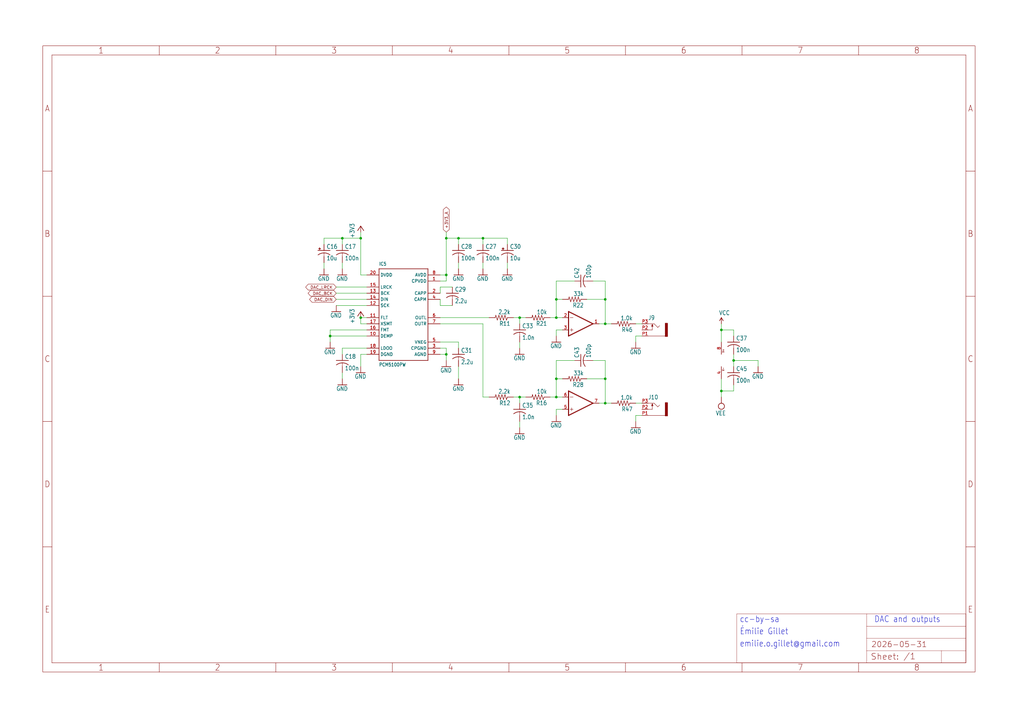
<source format=kicad_sch>
(kicad_sch (version 20230121) (generator eeschema)
  (paper "User" 425.45 298.45)
  (lib_symbols
    (symbol "plaits_v50-eagle-import:+3V3" (power)
      (property "Value" "+3V3" (at -2.54 -5.08 90))
      (symbol "+3V3_1_0"
        (polyline (pts (xy 0 0) (xy -1.27 -1.905)) (stroke (width 0.254)))
        (polyline (pts (xy 1.27 -1.905) (xy 0 0)) (stroke (width 0.254)))
        (pin power_in line (at 0 -2.54 90) (length 2.54) (name "+3V3") (number "1"))
      )
    )
    (symbol "plaits_v50-eagle-import:A3L-LOC"
      (symbol "A3L-LOC_1_0"
        (polyline (pts (xy 0 52.07) (xy 3.81 52.07)))
        (polyline (pts (xy 0 104.14) (xy 3.81 104.14)))
        (polyline (pts (xy 0 156.21) (xy 3.81 156.21)))
        (polyline (pts (xy 0 208.28) (xy 3.81 208.28)))
        (polyline (pts (xy 3.81 3.81) (xy 3.81 256.54)))
        (polyline (pts (xy 48.4188 0) (xy 48.4188 3.81)))
        (polyline (pts (xy 48.4188 256.54) (xy 48.4188 260.35)))
        (polyline (pts (xy 96.8375 0) (xy 96.8375 3.81)))
        (polyline (pts (xy 96.8375 256.54) (xy 96.8375 260.35)))
        (polyline (pts (xy 145.2563 0) (xy 145.2563 3.81)))
        (polyline (pts (xy 145.2563 256.54) (xy 145.2563 260.35)))
        (polyline (pts (xy 193.675 0) (xy 193.675 3.81)))
        (polyline (pts (xy 193.675 256.54) (xy 193.675 260.35)))
        (polyline (pts (xy 242.0938 0) (xy 242.0938 3.81)))
        (polyline (pts (xy 242.0938 256.54) (xy 242.0938 260.35)))
        (polyline (pts (xy 288.29 3.81) (xy 288.29 24.13)) (stroke (width 0.1016)))
        (polyline (pts (xy 288.29 3.81) (xy 342.265 3.81)) (stroke (width 0.1016)))
        (polyline (pts (xy 288.29 24.13) (xy 342.265 24.13)) (stroke (width 0.1016)))
        (polyline (pts (xy 290.5125 0) (xy 290.5125 3.81)))
        (polyline (pts (xy 290.5125 256.54) (xy 290.5125 260.35)))
        (polyline (pts (xy 338.9313 0) (xy 338.9313 3.81)))
        (polyline (pts (xy 338.9313 256.54) (xy 338.9313 260.35)))
        (polyline (pts (xy 342.265 3.81) (xy 373.38 3.81)) (stroke (width 0.1016)))
        (polyline (pts (xy 342.265 8.89) (xy 342.265 3.81)) (stroke (width 0.1016)))
        (polyline (pts (xy 342.265 8.89) (xy 342.265 13.97)) (stroke (width 0.1016)))
        (polyline (pts (xy 342.265 13.97) (xy 342.265 19.05)) (stroke (width 0.1016)))
        (polyline (pts (xy 342.265 13.97) (xy 383.54 13.97)) (stroke (width 0.1016)))
        (polyline (pts (xy 342.265 19.05) (xy 342.265 24.13)) (stroke (width 0.1016)))
        (polyline (pts (xy 342.265 19.05) (xy 383.54 19.05)) (stroke (width 0.1016)))
        (polyline (pts (xy 342.265 24.13) (xy 383.54 24.13)) (stroke (width 0.1016)))
        (polyline (pts (xy 373.38 3.81) (xy 373.38 8.89)) (stroke (width 0.1016)))
        (polyline (pts (xy 373.38 3.81) (xy 383.54 3.81)) (stroke (width 0.1016)))
        (polyline (pts (xy 373.38 8.89) (xy 342.265 8.89)) (stroke (width 0.1016)))
        (polyline (pts (xy 373.38 8.89) (xy 383.54 8.89)) (stroke (width 0.1016)))
        (polyline (pts (xy 383.54 3.81) (xy 3.81 3.81)))
        (polyline (pts (xy 383.54 3.81) (xy 383.54 8.89)) (stroke (width 0.1016)))
        (polyline (pts (xy 383.54 3.81) (xy 383.54 256.54)))
        (polyline (pts (xy 383.54 8.89) (xy 383.54 13.97)) (stroke (width 0.1016)))
        (polyline (pts (xy 383.54 13.97) (xy 383.54 19.05)) (stroke (width 0.1016)))
        (polyline (pts (xy 383.54 19.05) (xy 383.54 24.13)) (stroke (width 0.1016)))
        (polyline (pts (xy 383.54 52.07) (xy 387.35 52.07)))
        (polyline (pts (xy 383.54 104.14) (xy 387.35 104.14)))
        (polyline (pts (xy 383.54 156.21) (xy 387.35 156.21)))
        (polyline (pts (xy 383.54 208.28) (xy 387.35 208.28)))
        (polyline (pts (xy 383.54 256.54) (xy 3.81 256.54)))
        (polyline (pts (xy 0 0) (xy 387.35 0) (xy 387.35 260.35) (xy 0 260.35) (xy 0 0)))
        (text "${#}/${##}" (at 357.505 5.08 0) (effects (font (size 2.54 2.54)) (justify left bottom)))
        (text "${CURRENT_DATE}" (at 344.17 10.16 0) (effects (font (size 2.286 2.286)) (justify left bottom)))
        (text "${PROJECTNAME}" (at 344.17 15.24 0) (effects (font (size 2.54 2.54)) (justify left bottom)))
        (text "1" (at 24.2094 1.905 0) (effects (font (size 2.54 2.286))))
        (text "1" (at 24.2094 258.445 0) (effects (font (size 2.54 2.286))))
        (text "2" (at 72.6281 1.905 0) (effects (font (size 2.54 2.286))))
        (text "2" (at 72.6281 258.445 0) (effects (font (size 2.54 2.286))))
        (text "3" (at 121.0469 1.905 0) (effects (font (size 2.54 2.286))))
        (text "3" (at 121.0469 258.445 0) (effects (font (size 2.54 2.286))))
        (text "4" (at 169.4656 1.905 0) (effects (font (size 2.54 2.286))))
        (text "4" (at 169.4656 258.445 0) (effects (font (size 2.54 2.286))))
        (text "5" (at 217.8844 1.905 0) (effects (font (size 2.54 2.286))))
        (text "5" (at 217.8844 258.445 0) (effects (font (size 2.54 2.286))))
        (text "6" (at 266.3031 1.905 0) (effects (font (size 2.54 2.286))))
        (text "6" (at 266.3031 258.445 0) (effects (font (size 2.54 2.286))))
        (text "7" (at 314.7219 1.905 0) (effects (font (size 2.54 2.286))))
        (text "7" (at 314.7219 258.445 0) (effects (font (size 2.54 2.286))))
        (text "8" (at 363.1406 1.905 0) (effects (font (size 2.54 2.286))))
        (text "8" (at 363.1406 258.445 0) (effects (font (size 2.54 2.286))))
        (text "A" (at 1.905 234.315 0) (effects (font (size 2.54 2.286))))
        (text "A" (at 385.445 234.315 0) (effects (font (size 2.54 2.286))))
        (text "B" (at 1.905 182.245 0) (effects (font (size 2.54 2.286))))
        (text "B" (at 385.445 182.245 0) (effects (font (size 2.54 2.286))))
        (text "C" (at 1.905 130.175 0) (effects (font (size 2.54 2.286))))
        (text "C" (at 385.445 130.175 0) (effects (font (size 2.54 2.286))))
        (text "D" (at 1.905 78.105 0) (effects (font (size 2.54 2.286))))
        (text "D" (at 385.445 78.105 0) (effects (font (size 2.54 2.286))))
        (text "E" (at 1.905 26.035 0) (effects (font (size 2.54 2.286))))
        (text "E" (at 385.445 26.035 0) (effects (font (size 2.54 2.286))))
        (text "Sheet:" (at 343.916 4.953 0) (effects (font (size 2.54 2.54)) (justify left bottom)))
      )
    )
    (symbol "plaits_v50-eagle-import:C-USC0402"
      (property "Reference" "C" (at 1.016 0.635 0))
      (symbol "C-USC0402_1_0"
        (arc (start 0 -1.0161) (mid -1.302 -1.2303) (end -2.4668 -1.8504) (stroke (width 0.254)))
        (polyline (pts (xy -2.54 0) (xy 2.54 0)) (stroke (width 0.254)))
        (polyline (pts (xy 0 -1.016) (xy 0 -2.54)) (stroke (width 0.1524)))
        (arc (start 2.4892 -1.8541) (mid 1.3158 -1.2194) (end 0 -1) (stroke (width 0.254)))
        (pin passive line (at 0 2.54 270) (length 2.54) (name "1") (number "1"))
        (pin passive line (at 0 -5.08 90) (length 2.54) (name "2") (number "2"))
      )
    )
    (symbol "plaits_v50-eagle-import:C-USC0805"
      (property "Reference" "C" (at 1.016 0.635 0))
      (symbol "C-USC0805_1_0"
        (arc (start 0 -1.0161) (mid -1.302 -1.2303) (end -2.4668 -1.8504) (stroke (width 0.254)))
        (polyline (pts (xy -2.54 0) (xy 2.54 0)) (stroke (width 0.254)))
        (polyline (pts (xy 0 -1.016) (xy 0 -2.54)) (stroke (width 0.1524)))
        (arc (start 2.4892 -1.8541) (mid 1.3158 -1.2194) (end 0 -1) (stroke (width 0.254)))
        (pin passive line (at 0 2.54 270) (length 2.54) (name "1") (number "1"))
        (pin passive line (at 0 -5.08 90) (length 2.54) (name "2") (number "2"))
      )
    )
    (symbol "plaits_v50-eagle-import:CPOL-USA"
      (property "Reference" "C" (at 1.016 0.635 0))
      (symbol "CPOL-USA_1_0"
        (rectangle (start -2.253 0.668) (end -1.364 0.795) (fill (type outline)))
        (rectangle (start -1.872 0.287) (end -1.745 1.176) (fill (type outline)))
        (arc (start 0 -1.0161) (mid -1.3021 -1.2303) (end -2.4669 -1.8504) (stroke (width 0.254)))
        (polyline (pts (xy -2.54 0) (xy 2.54 0)) (stroke (width 0.254)))
        (polyline (pts (xy 0 -1.016) (xy 0 -2.54)) (stroke (width 0.1524)))
        (arc (start 2.4892 -1.8541) (mid 1.3158 -1.2194) (end 0 -1) (stroke (width 0.254)))
        (pin passive line (at 0 2.54 270) (length 2.54) (name "+") (number "+"))
        (pin passive line (at 0 -5.08 90) (length 2.54) (name "-") (number "-"))
      )
    )
    (symbol "plaits_v50-eagle-import:GND" (power)
      (property "Value" "GND" (at -2.54 -2.54 0))
      (symbol "GND_1_0"
        (polyline (pts (xy -1.905 0) (xy 1.905 0)) (stroke (width 0.254)))
        (pin power_in line (at 0 2.54 270) (length 2.54) (name "GND") (number "1"))
      )
    )
    (symbol "plaits_v50-eagle-import:PCM5100PW"
      (property "Reference" "IC" (at -10.16 21.59 0))
      (symbol "PCM5100PW_1_0"
        (polyline (pts (xy -10.16 -17.78) (xy -10.16 20.32)) (stroke (width 0.254)))
        (polyline (pts (xy -10.16 20.32) (xy 10.16 20.32)) (stroke (width 0.254)))
        (polyline (pts (xy 10.16 -17.78) (xy -10.16 -17.78)) (stroke (width 0.254)))
        (polyline (pts (xy 10.16 20.32) (xy 10.16 -17.78)) (stroke (width 0.254)))
        (pin bidirectional line (at 15.24 15.24 180) (length 5.08) (name "CPVDD") (number "1"))
        (pin input line (at -15.24 -7.62 0) (length 5.08) (name "DEMP") (number "10"))
        (pin input line (at -15.24 0 0) (length 5.08) (name "FLT") (number "11"))
        (pin input line (at -15.24 5.08 0) (length 5.08) (name "SCK") (number "12"))
        (pin input line (at -15.24 10.16 0) (length 5.08) (name "BCK") (number "13"))
        (pin input line (at -15.24 7.62 0) (length 5.08) (name "DIN") (number "14"))
        (pin input line (at -15.24 12.7 0) (length 5.08) (name "LRCK") (number "15"))
        (pin input line (at -15.24 -5.08 0) (length 5.08) (name "FMT") (number "16"))
        (pin input line (at -15.24 -2.54 0) (length 5.08) (name "XSMT") (number "17"))
        (pin bidirectional line (at -15.24 -12.7 0) (length 5.08) (name "LDOO") (number "18"))
        (pin power_in line (at -15.24 -15.24 0) (length 5.08) (name "DGND") (number "19"))
        (pin bidirectional line (at 15.24 10.16 180) (length 5.08) (name "CAPP") (number "2"))
        (pin power_in line (at -15.24 17.78 0) (length 5.08) (name "DVDD") (number "20"))
        (pin bidirectional line (at 15.24 -12.7 180) (length 5.08) (name "CPGND") (number "3"))
        (pin bidirectional line (at 15.24 7.62 180) (length 5.08) (name "CAPM") (number "4"))
        (pin input line (at 15.24 -10.16 180) (length 5.08) (name "VNEG") (number "5"))
        (pin output line (at 15.24 0 180) (length 5.08) (name "OUTL") (number "6"))
        (pin output line (at 15.24 -2.54 180) (length 5.08) (name "OUTR") (number "7"))
        (pin power_in line (at 15.24 17.78 180) (length 5.08) (name "AVDD") (number "8"))
        (pin power_in line (at 15.24 -15.24 180) (length 5.08) (name "AGND") (number "9"))
      )
    )
    (symbol "plaits_v50-eagle-import:PJ301_THONKICONN6"
      (property "Reference" "J" (at -2.54 4.064 0))
      (symbol "PJ301_THONKICONN6_1_0"
        (polyline (pts (xy -2.54 -2.54) (xy 4.572 -2.54)) (stroke (width 0.1524)))
        (polyline (pts (xy -2.54 0) (xy -0.762 0)) (stroke (width 0.1524)))
        (polyline (pts (xy -2.54 2.54) (xy 0 2.54)) (stroke (width 0.1524)))
        (polyline (pts (xy -1.016 1.524) (xy -0.508 1.524)) (stroke (width 0.254)))
        (polyline (pts (xy -0.762 0) (xy -0.762 2.286)) (stroke (width 0.1524)))
        (polyline (pts (xy -0.762 2.286) (xy -1.016 1.524)) (stroke (width 0.254)))
        (polyline (pts (xy -0.508 1.524) (xy -0.762 2.286)) (stroke (width 0.254)))
        (polyline (pts (xy 0 2.54) (xy 1.524 1.016)) (stroke (width 0.1524)))
        (polyline (pts (xy 1.524 1.016) (xy 2.286 1.778)) (stroke (width 0.1524)))
        (rectangle (start 4.572 2.794) (end 5.588 -2.794) (fill (type outline)))
        (pin passive line (at -5.08 -2.54 0) (length 2.54) (name "1") (number "P1"))
        (pin passive line (at -5.08 0 0) (length 2.54) (name "2") (number "P2"))
        (pin passive line (at -5.08 2.54 0) (length 2.54) (name "3") (number "P3"))
      )
    )
    (symbol "plaits_v50-eagle-import:R-US_R0402"
      (property "Reference" "R" (at -3.81 1.4986 0))
      (symbol "R-US_R0402_1_0"
        (polyline (pts (xy -2.54 0) (xy -2.159 1.016)) (stroke (width 0.2032)))
        (polyline (pts (xy -2.159 1.016) (xy -1.524 -1.016)) (stroke (width 0.2032)))
        (polyline (pts (xy -1.524 -1.016) (xy -0.889 1.016)) (stroke (width 0.2032)))
        (polyline (pts (xy -0.889 1.016) (xy -0.254 -1.016)) (stroke (width 0.2032)))
        (polyline (pts (xy -0.254 -1.016) (xy 0.381 1.016)) (stroke (width 0.2032)))
        (polyline (pts (xy 0.381 1.016) (xy 1.016 -1.016)) (stroke (width 0.2032)))
        (polyline (pts (xy 1.016 -1.016) (xy 1.651 1.016)) (stroke (width 0.2032)))
        (polyline (pts (xy 1.651 1.016) (xy 2.286 -1.016)) (stroke (width 0.2032)))
        (polyline (pts (xy 2.286 -1.016) (xy 2.54 0)) (stroke (width 0.2032)))
        (pin passive line (at -5.08 0 0) (length 2.54) (name "1") (number "1"))
        (pin passive line (at 5.08 0 180) (length 2.54) (name "2") (number "2"))
      )
    )
    (symbol "plaits_v50-eagle-import:R-US_R0603"
      (property "Reference" "R" (at -3.81 1.4986 0))
      (symbol "R-US_R0603_1_0"
        (polyline (pts (xy -2.54 0) (xy -2.159 1.016)) (stroke (width 0.2032)))
        (polyline (pts (xy -2.159 1.016) (xy -1.524 -1.016)) (stroke (width 0.2032)))
        (polyline (pts (xy -1.524 -1.016) (xy -0.889 1.016)) (stroke (width 0.2032)))
        (polyline (pts (xy -0.889 1.016) (xy -0.254 -1.016)) (stroke (width 0.2032)))
        (polyline (pts (xy -0.254 -1.016) (xy 0.381 1.016)) (stroke (width 0.2032)))
        (polyline (pts (xy 0.381 1.016) (xy 1.016 -1.016)) (stroke (width 0.2032)))
        (polyline (pts (xy 1.016 -1.016) (xy 1.651 1.016)) (stroke (width 0.2032)))
        (polyline (pts (xy 1.651 1.016) (xy 2.286 -1.016)) (stroke (width 0.2032)))
        (polyline (pts (xy 2.286 -1.016) (xy 2.54 0)) (stroke (width 0.2032)))
        (pin passive line (at -5.08 0 0) (length 2.54) (name "1") (number "1"))
        (pin passive line (at 5.08 0 180) (length 2.54) (name "2") (number "2"))
      )
    )
    (symbol "plaits_v50-eagle-import:TL072PW"
      (symbol "TL072PW_1_0"
        (polyline (pts (xy -5.08 -5.08) (xy 5.08 0)) (stroke (width 0.4064)))
        (polyline (pts (xy -5.08 5.08) (xy -5.08 -5.08)) (stroke (width 0.4064)))
        (polyline (pts (xy -4.445 -2.54) (xy -3.175 -2.54)) (stroke (width 0.1524)))
        (polyline (pts (xy -4.445 2.54) (xy -3.175 2.54)) (stroke (width 0.1524)))
        (polyline (pts (xy -3.81 3.175) (xy -3.81 1.905)) (stroke (width 0.1524)))
        (polyline (pts (xy 5.08 0) (xy -5.08 5.08)) (stroke (width 0.4064)))
        (pin output line (at 7.62 0 180) (length 2.54) (name "OUT") (number "1"))
        (pin input line (at -7.62 -2.54 0) (length 2.54) (name "-IN") (number "2"))
        (pin input line (at -7.62 2.54 0) (length 2.54) (name "+IN") (number "3"))
      )
      (symbol "TL072PW_2_0"
        (polyline (pts (xy -5.08 -5.08) (xy 5.08 0)) (stroke (width 0.4064)))
        (polyline (pts (xy -5.08 5.08) (xy -5.08 -5.08)) (stroke (width 0.4064)))
        (polyline (pts (xy -4.445 -2.54) (xy -3.175 -2.54)) (stroke (width 0.1524)))
        (polyline (pts (xy -4.445 2.54) (xy -3.175 2.54)) (stroke (width 0.1524)))
        (polyline (pts (xy -3.81 3.175) (xy -3.81 1.905)) (stroke (width 0.1524)))
        (polyline (pts (xy 5.08 0) (xy -5.08 5.08)) (stroke (width 0.4064)))
        (pin input line (at -7.62 2.54 0) (length 2.54) (name "+IN") (number "5"))
        (pin input line (at -7.62 -2.54 0) (length 2.54) (name "-IN") (number "6"))
        (pin output line (at 7.62 0 180) (length 2.54) (name "OUT") (number "7"))
      )
      (symbol "TL072PW_3_0"
        (text "V+" (at 1.27 3.175 900) (effects (font (size 0.8128 0.6908)) (justify left bottom)))
        (text "V-" (at 1.27 -4.445 900) (effects (font (size 0.8128 0.6908)) (justify left bottom)))
        (pin power_in line (at 0 -7.62 90) (length 5.08) (name "V-") (number "4"))
        (pin power_in line (at 0 7.62 270) (length 5.08) (name "V+") (number "8"))
      )
    )
    (symbol "plaits_v50-eagle-import:VCC" (power)
      (property "Value" "VCC" (at -1.016 3.556 0))
      (symbol "VCC_1_0"
        (polyline (pts (xy 0 2.54) (xy -0.762 1.27)) (stroke (width 0.254)))
        (polyline (pts (xy 0.762 1.27) (xy 0 2.54)) (stroke (width 0.254)))
        (pin power_in line (at 0 0 90) (length 2.54) (name "VCC") (number "1"))
      )
    )
    (symbol "plaits_v50-eagle-import:VEE" (power)
      (property "Value" "VEE" (at -1.905 3.175 0))
      (symbol "VEE_1_0"
        (circle (center 0 1.27) (radius 1.27) (stroke (width 0.254)))
        (pin power_in line (at 0 -2.54 90) (length 2.54) (name "VEE") (number "1"))
      )
    )
  )
  (junction (at 185.42 147.32))
  (junction (at 200.66 99.06))
  (junction (at 231.14 132.08))
  (junction (at 251.46 157.48))
  (junction (at 251.46 134.62))
  (junction (at 215.9 132.08))
  (junction (at 185.42 99.06))
  (junction (at 142.24 99.06))
  (junction (at 231.14 157.48))
  (junction (at 190.5 99.06))
  (junction (at 149.86 99.06))
  (junction (at 251.46 124.46))
  (junction (at 137.16 139.7))
  (junction (at 231.14 124.46))
  (junction (at 231.14 165.1))
  (junction (at 304.8 149.86))
  (junction (at 185.42 114.3))
  (junction (at 299.72 162.56))
  (junction (at 251.46 167.64))
  (junction (at 149.86 132.08))
  (junction (at 215.9 165.1))
  (junction (at 299.72 137.16))
  (wire (pts (xy 264.16 134.62) (xy 266.7 134.62)) (stroke (width 0.1524)))
  (wire (pts (xy 182.88 127) (xy 187.96 127)) (stroke (width 0.1524)))
  (wire (pts (xy 251.46 149.86) (xy 251.46 157.48)) (stroke (width 0.1524)))
  (wire (pts (xy 251.46 124.46) (xy 251.46 134.62)) (stroke (width 0.1524)))
  (wire (pts (xy 231.14 149.86) (xy 238.76 149.86)) (stroke (width 0.1524)))
  (wire (pts (xy 149.86 147.32) (xy 149.86 152.4)) (stroke (width 0.1524)))
  (wire (pts (xy 182.88 121.92) (xy 182.88 119.38)) (stroke (width 0.1524)))
  (wire (pts (xy 299.72 142.24) (xy 299.72 137.16)) (stroke (width 0.1524)))
  (wire (pts (xy 213.36 165.1) (xy 215.9 165.1)) (stroke (width 0.1524)))
  (wire (pts (xy 251.46 167.64) (xy 248.92 167.64)) (stroke (width 0.1524)))
  (wire (pts (xy 228.6 132.08) (xy 231.14 132.08)) (stroke (width 0.1524)))
  (wire (pts (xy 182.88 134.62) (xy 200.66 134.62)) (stroke (width 0.1524)))
  (wire (pts (xy 134.62 99.06) (xy 134.62 101.6)) (stroke (width 0.1524)))
  (wire (pts (xy 231.14 124.46) (xy 231.14 116.84)) (stroke (width 0.1524)))
  (wire (pts (xy 213.36 132.08) (xy 215.9 132.08)) (stroke (width 0.1524)))
  (wire (pts (xy 299.72 162.56) (xy 304.8 162.56)) (stroke (width 0.1524)))
  (wire (pts (xy 233.68 170.18) (xy 231.14 170.18)) (stroke (width 0.1524)))
  (wire (pts (xy 200.66 101.6) (xy 200.66 99.06)) (stroke (width 0.1524)))
  (wire (pts (xy 182.88 119.38) (xy 187.96 119.38)) (stroke (width 0.1524)))
  (wire (pts (xy 299.72 137.16) (xy 299.72 134.62)) (stroke (width 0.1524)))
  (wire (pts (xy 231.14 116.84) (xy 238.76 116.84)) (stroke (width 0.1524)))
  (wire (pts (xy 190.5 142.24) (xy 190.5 144.78)) (stroke (width 0.1524)))
  (wire (pts (xy 251.46 167.64) (xy 254 167.64)) (stroke (width 0.1524)))
  (wire (pts (xy 231.14 132.08) (xy 231.14 124.46)) (stroke (width 0.1524)))
  (wire (pts (xy 304.8 137.16) (xy 304.8 139.7)) (stroke (width 0.1524)))
  (wire (pts (xy 231.14 137.16) (xy 231.14 139.7)) (stroke (width 0.1524)))
  (wire (pts (xy 231.14 132.08) (xy 233.68 132.08)) (stroke (width 0.1524)))
  (wire (pts (xy 231.14 170.18) (xy 231.14 172.72)) (stroke (width 0.1524)))
  (wire (pts (xy 304.8 149.86) (xy 314.96 149.86)) (stroke (width 0.1524)))
  (wire (pts (xy 251.46 134.62) (xy 248.92 134.62)) (stroke (width 0.1524)))
  (wire (pts (xy 231.14 157.48) (xy 231.14 149.86)) (stroke (width 0.1524)))
  (wire (pts (xy 185.42 114.3) (xy 185.42 99.06)) (stroke (width 0.1524)))
  (wire (pts (xy 266.7 139.7) (xy 264.16 139.7)) (stroke (width 0.1524)))
  (wire (pts (xy 210.82 111.76) (xy 210.82 109.22)) (stroke (width 0.1524)))
  (wire (pts (xy 134.62 111.76) (xy 134.62 109.22)) (stroke (width 0.1524)))
  (wire (pts (xy 182.88 114.3) (xy 185.42 114.3)) (stroke (width 0.1524)))
  (wire (pts (xy 149.86 114.3) (xy 149.86 99.06)) (stroke (width 0.1524)))
  (wire (pts (xy 215.9 167.64) (xy 215.9 165.1)) (stroke (width 0.1524)))
  (wire (pts (xy 142.24 101.6) (xy 142.24 99.06)) (stroke (width 0.1524)))
  (wire (pts (xy 152.4 144.78) (xy 142.24 144.78)) (stroke (width 0.1524)))
  (wire (pts (xy 152.4 137.16) (xy 137.16 137.16)) (stroke (width 0.1524)))
  (wire (pts (xy 266.7 167.64) (xy 264.16 167.64)) (stroke (width 0.1524)))
  (wire (pts (xy 152.4 114.3) (xy 149.86 114.3)) (stroke (width 0.1524)))
  (wire (pts (xy 152.4 124.46) (xy 139.7 124.46)) (stroke (width 0.1524)))
  (wire (pts (xy 200.66 134.62) (xy 200.66 165.1)) (stroke (width 0.1524)))
  (wire (pts (xy 185.42 144.78) (xy 185.42 147.32)) (stroke (width 0.1524)))
  (wire (pts (xy 251.46 134.62) (xy 254 134.62)) (stroke (width 0.1524)))
  (wire (pts (xy 152.4 134.62) (xy 149.86 134.62)) (stroke (width 0.1524)))
  (wire (pts (xy 200.66 165.1) (xy 203.2 165.1)) (stroke (width 0.1524)))
  (wire (pts (xy 215.9 175.26) (xy 215.9 177.8)) (stroke (width 0.1524)))
  (wire (pts (xy 264.16 172.72) (xy 264.16 175.26)) (stroke (width 0.1524)))
  (wire (pts (xy 299.72 162.56) (xy 299.72 157.48)) (stroke (width 0.1524)))
  (wire (pts (xy 182.88 124.46) (xy 182.88 127)) (stroke (width 0.1524)))
  (wire (pts (xy 137.16 137.16) (xy 137.16 139.7)) (stroke (width 0.1524)))
  (wire (pts (xy 264.16 139.7) (xy 264.16 142.24)) (stroke (width 0.1524)))
  (wire (pts (xy 210.82 99.06) (xy 210.82 101.6)) (stroke (width 0.1524)))
  (wire (pts (xy 200.66 99.06) (xy 210.82 99.06)) (stroke (width 0.1524)))
  (wire (pts (xy 152.4 147.32) (xy 149.86 147.32)) (stroke (width 0.1524)))
  (wire (pts (xy 190.5 99.06) (xy 185.42 99.06)) (stroke (width 0.1524)))
  (wire (pts (xy 185.42 147.32) (xy 185.42 149.86)) (stroke (width 0.1524)))
  (wire (pts (xy 142.24 109.22) (xy 142.24 111.76)) (stroke (width 0.1524)))
  (wire (pts (xy 182.88 132.08) (xy 203.2 132.08)) (stroke (width 0.1524)))
  (wire (pts (xy 200.66 109.22) (xy 200.66 111.76)) (stroke (width 0.1524)))
  (wire (pts (xy 304.8 149.86) (xy 304.8 147.32)) (stroke (width 0.1524)))
  (wire (pts (xy 231.14 165.1) (xy 233.68 165.1)) (stroke (width 0.1524)))
  (wire (pts (xy 215.9 165.1) (xy 218.44 165.1)) (stroke (width 0.1524)))
  (wire (pts (xy 246.38 149.86) (xy 251.46 149.86)) (stroke (width 0.1524)))
  (wire (pts (xy 142.24 99.06) (xy 134.62 99.06)) (stroke (width 0.1524)))
  (wire (pts (xy 142.24 157.48) (xy 142.24 154.94)) (stroke (width 0.1524)))
  (wire (pts (xy 182.88 142.24) (xy 190.5 142.24)) (stroke (width 0.1524)))
  (wire (pts (xy 149.86 134.62) (xy 149.86 132.08)) (stroke (width 0.1524)))
  (wire (pts (xy 266.7 172.72) (xy 264.16 172.72)) (stroke (width 0.1524)))
  (wire (pts (xy 137.16 139.7) (xy 137.16 142.24)) (stroke (width 0.1524)))
  (wire (pts (xy 314.96 149.86) (xy 314.96 152.4)) (stroke (width 0.1524)))
  (wire (pts (xy 142.24 99.06) (xy 149.86 99.06)) (stroke (width 0.1524)))
  (wire (pts (xy 231.14 124.46) (xy 233.68 124.46)) (stroke (width 0.1524)))
  (wire (pts (xy 190.5 101.6) (xy 190.5 99.06)) (stroke (width 0.1524)))
  (wire (pts (xy 185.42 116.84) (xy 185.42 114.3)) (stroke (width 0.1524)))
  (wire (pts (xy 251.46 116.84) (xy 251.46 124.46)) (stroke (width 0.1524)))
  (wire (pts (xy 142.24 144.78) (xy 142.24 147.32)) (stroke (width 0.1524)))
  (wire (pts (xy 182.88 144.78) (xy 185.42 144.78)) (stroke (width 0.1524)))
  (wire (pts (xy 304.8 162.56) (xy 304.8 160.02)) (stroke (width 0.1524)))
  (wire (pts (xy 200.66 99.06) (xy 190.5 99.06)) (stroke (width 0.1524)))
  (wire (pts (xy 243.84 124.46) (xy 251.46 124.46)) (stroke (width 0.1524)))
  (wire (pts (xy 215.9 132.08) (xy 218.44 132.08)) (stroke (width 0.1524)))
  (wire (pts (xy 149.86 99.06) (xy 149.86 96.52)) (stroke (width 0.1524)))
  (wire (pts (xy 182.88 147.32) (xy 185.42 147.32)) (stroke (width 0.1524)))
  (wire (pts (xy 152.4 121.92) (xy 139.7 121.92)) (stroke (width 0.1524)))
  (wire (pts (xy 299.72 165.1) (xy 299.72 162.56)) (stroke (width 0.1524)))
  (wire (pts (xy 251.46 157.48) (xy 251.46 167.64)) (stroke (width 0.1524)))
  (wire (pts (xy 231.14 157.48) (xy 233.68 157.48)) (stroke (width 0.1524)))
  (wire (pts (xy 304.8 152.4) (xy 304.8 149.86)) (stroke (width 0.1524)))
  (wire (pts (xy 215.9 142.24) (xy 215.9 144.78)) (stroke (width 0.1524)))
  (wire (pts (xy 190.5 109.22) (xy 190.5 111.76)) (stroke (width 0.1524)))
  (wire (pts (xy 190.5 152.4) (xy 190.5 157.48)) (stroke (width 0.1524)))
  (wire (pts (xy 233.68 137.16) (xy 231.14 137.16)) (stroke (width 0.1524)))
  (wire (pts (xy 215.9 134.62) (xy 215.9 132.08)) (stroke (width 0.1524)))
  (wire (pts (xy 182.88 116.84) (xy 185.42 116.84)) (stroke (width 0.1524)))
  (wire (pts (xy 246.38 116.84) (xy 251.46 116.84)) (stroke (width 0.1524)))
  (wire (pts (xy 243.84 157.48) (xy 251.46 157.48)) (stroke (width 0.1524)))
  (wire (pts (xy 231.14 165.1) (xy 231.14 157.48)) (stroke (width 0.1524)))
  (wire (pts (xy 152.4 127) (xy 139.7 127)) (stroke (width 0.1524)))
  (wire (pts (xy 152.4 139.7) (xy 137.16 139.7)) (stroke (width 0.1524)))
  (wire (pts (xy 152.4 132.08) (xy 149.86 132.08)) (stroke (width 0.1524)))
  (wire (pts (xy 299.72 137.16) (xy 304.8 137.16)) (stroke (width 0.1524)))
  (wire (pts (xy 152.4 119.38) (xy 139.7 119.38)) (stroke (width 0.1524)))
  (wire (pts (xy 185.42 99.06) (xy 185.42 96.52)) (stroke (width 0.1524)))
  (wire (pts (xy 228.6 165.1) (xy 231.14 165.1)) (stroke (width 0.1524)))
  (text "emilie.o.gillet@gmail.com" (at 307.34 269.24 0) (effects (font (size 2.54 2.159)) (justify left bottom)))
  (text "Émilie Gillet" (at 307.34 264.16 0) (effects (font (size 2.54 2.159)) (justify left bottom)))
  (text "DAC and outputs" (at 363.22 259.08 0) (effects (font (size 2.54 2.159)) (justify left bottom)))
  (text "cc-by-sa" (at 307.34 259.08 0) (effects (font (size 2.54 2.159)) (justify left bottom)))
  (global_label "+3V3_A" (shape bidirectional) (at 185.42 96.52 90) (effects (font (size 1.2446 1.2446))) (property "Intersheetrefs" "${INTERSHEET_REFS}" (effects hide)))
  (global_label "DAC_DIN" (shape bidirectional) (at 139.7 124.46 180) (effects (font (size 1.2446 1.2446))) (property "Intersheetrefs" "${INTERSHEET_REFS}" (effects hide)))
  (global_label "DAC_LRCK" (shape bidirectional) (at 139.7 119.38 180) (effects (font (size 1.2446 1.2446))) (property "Intersheetrefs" "${INTERSHEET_REFS}" (effects hide)))
  (global_label "DAC_BCK" (shape bidirectional) (at 139.7 121.92 180) (effects (font (size 1.2446 1.2446))) (property "Intersheetrefs" "${INTERSHEET_REFS}" (effects hide)))
  (symbol (lib_id "plaits_v50-eagle-import:GND") (at 149.86 154.94 0) (unit 1)
    (property "Reference" "#GND45" (effects hide))
    (property "Value" "GND" (at 147.32 157.48 0) (effects (font (size 1.778 1.5113)) (justify left bottom)))
  )
  (symbol (lib_id "plaits_v50-eagle-import:R-US_R0402") (at 223.52 132.08 180) (unit 1)
    (property "Reference" "R21" (at 227.33 133.5786 0) (effects (font (size 1.778 1.5113)) (justify left bottom)))
    (property "Value" "10k" (at 227.33 128.778 0) (effects (font (size 1.778 1.5113)) (justify left bottom)))
    (property "Footprint" "plaits_v50:R0402" (effects hide))
  )
  (symbol (lib_id "plaits_v50-eagle-import:C-USC0402") (at 142.24 104.14 0) (unit 1)
    (property "Reference" "C17" (at 143.256 103.505 0) (effects (font (size 1.778 1.5113)) (justify left bottom)))
    (property "Value" "100n" (at 143.256 108.331 0) (effects (font (size 1.778 1.5113)) (justify left bottom)))
    (property "Footprint" "plaits_v50:C0402" (effects hide))
  )
  (symbol (lib_id "plaits_v50-eagle-import:C-USC0402") (at 190.5 104.14 0) (unit 1)
    (property "Reference" "C28" (at 191.516 103.505 0) (effects (font (size 1.778 1.5113)) (justify left bottom)))
    (property "Value" "100n" (at 191.516 108.331 0) (effects (font (size 1.778 1.5113)) (justify left bottom)))
    (property "Footprint" "plaits_v50:C0402" (effects hide))
  )
  (symbol (lib_id "plaits_v50-eagle-import:R-US_R0402") (at 238.76 157.48 180) (unit 1)
    (property "Reference" "R28" (at 242.57 158.9786 0) (effects (font (size 1.778 1.5113)) (justify left bottom)))
    (property "Value" "33k" (at 242.57 154.178 0) (effects (font (size 1.778 1.5113)) (justify left bottom)))
    (property "Footprint" "plaits_v50:R0402" (effects hide))
  )
  (symbol (lib_id "plaits_v50-eagle-import:PJ301_THONKICONN6") (at 271.78 137.16 0) (unit 1)
    (property "Reference" "J9" (at 269.24 133.096 0) (effects (font (size 1.778 1.5113)) (justify left bottom)))
    (property "Value" "PJ301_THONKICONN6" (effects hide))
    (property "Footprint" "plaits_v50:WQP_PJ_301M6" (effects hide))
  )
  (symbol (lib_id "plaits_v50-eagle-import:GND") (at 142.24 160.02 0) (unit 1)
    (property "Reference" "#GND58" (effects hide))
    (property "Value" "GND" (at 139.7 162.56 0) (effects (font (size 1.778 1.5113)) (justify left bottom)))
  )
  (symbol (lib_id "plaits_v50-eagle-import:A3L-LOC") (at 17.78 279.4 0) (unit 1)
    (property "Reference" "#FRAME4" (effects hide))
    (property "Value" "A3L-LOC" (effects hide))
  )
  (symbol (lib_id "plaits_v50-eagle-import:C-USC0402") (at 200.66 104.14 0) (unit 1)
    (property "Reference" "C27" (at 201.676 103.505 0) (effects (font (size 1.778 1.5113)) (justify left bottom)))
    (property "Value" "100n" (at 201.676 108.331 0) (effects (font (size 1.778 1.5113)) (justify left bottom)))
    (property "Footprint" "plaits_v50:C0402" (effects hide))
  )
  (symbol (lib_id "plaits_v50-eagle-import:GND") (at 210.82 114.3 0) (unit 1)
    (property "Reference" "#GND52" (effects hide))
    (property "Value" "GND" (at 208.28 116.84 0) (effects (font (size 1.778 1.5113)) (justify left bottom)))
  )
  (symbol (lib_id "plaits_v50-eagle-import:TL072PW") (at 299.72 149.86 0) (unit 3)
    (property "Reference" "IC8" (effects hide))
    (property "Value" "TL072PW" (effects hide))
    (property "Footprint" "plaits_v50:TSSOP08" (effects hide))
  )
  (symbol (lib_id "plaits_v50-eagle-import:GND") (at 314.96 154.94 0) (unit 1)
    (property "Reference" "#GND63" (effects hide))
    (property "Value" "GND" (at 312.42 157.48 0) (effects (font (size 1.778 1.5113)) (justify left bottom)))
  )
  (symbol (lib_id "plaits_v50-eagle-import:GND") (at 190.5 114.3 0) (unit 1)
    (property "Reference" "#GND65" (effects hide))
    (property "Value" "GND" (at 187.96 116.84 0) (effects (font (size 1.778 1.5113)) (justify left bottom)))
  )
  (symbol (lib_id "plaits_v50-eagle-import:CPOL-USA") (at 210.82 104.14 0) (unit 1)
    (property "Reference" "C30" (at 211.836 103.505 0) (effects (font (size 1.778 1.5113)) (justify left bottom)))
    (property "Value" "10u" (at 211.836 108.331 0) (effects (font (size 1.778 1.5113)) (justify left bottom)))
    (property "Footprint" "plaits_v50:PANASONIC_A" (effects hide))
  )
  (symbol (lib_id "plaits_v50-eagle-import:GND") (at 137.16 144.78 0) (unit 1)
    (property "Reference" "#GND48" (effects hide))
    (property "Value" "GND" (at 134.62 147.32 0) (effects (font (size 1.778 1.5113)) (justify left bottom)))
  )
  (symbol (lib_id "plaits_v50-eagle-import:R-US_R0402") (at 238.76 124.46 180) (unit 1)
    (property "Reference" "R22" (at 242.57 125.9586 0) (effects (font (size 1.778 1.5113)) (justify left bottom)))
    (property "Value" "33k" (at 242.57 121.158 0) (effects (font (size 1.778 1.5113)) (justify left bottom)))
    (property "Footprint" "plaits_v50:R0402" (effects hide))
  )
  (symbol (lib_id "plaits_v50-eagle-import:C-USC0402") (at 304.8 142.24 0) (unit 1)
    (property "Reference" "C37" (at 305.816 141.605 0) (effects (font (size 1.778 1.5113)) (justify left bottom)))
    (property "Value" "100n" (at 305.816 146.431 0) (effects (font (size 1.778 1.5113)) (justify left bottom)))
    (property "Footprint" "plaits_v50:C0402" (effects hide))
  )
  (symbol (lib_id "plaits_v50-eagle-import:GND") (at 231.14 142.24 0) (unit 1)
    (property "Reference" "#GND59" (effects hide))
    (property "Value" "GND" (at 228.6 144.78 0) (effects (font (size 1.778 1.5113)) (justify left bottom)))
  )
  (symbol (lib_id "plaits_v50-eagle-import:PCM5100PW") (at 167.64 132.08 0) (unit 1)
    (property "Reference" "IC5" (at 157.48 110.49 0) (effects (font (size 1.4224 1.209)) (justify left bottom)))
    (property "Value" "PCM5100PW" (at 157.48 152.4 0) (effects (font (size 1.4224 1.209)) (justify left bottom)))
    (property "Footprint" "plaits_v50:SSOP20" (effects hide))
  )
  (symbol (lib_id "plaits_v50-eagle-import:GND") (at 264.16 144.78 0) (unit 1)
    (property "Reference" "#GND61" (effects hide))
    (property "Value" "GND" (at 261.62 147.32 0) (effects (font (size 1.778 1.5113)) (justify left bottom)))
  )
  (symbol (lib_id "plaits_v50-eagle-import:+3V3") (at 149.86 129.54 0) (unit 1)
    (property "Reference" "#+3V3" (effects hide))
    (property "Value" "+3V3" (at 147.32 134.62 90) (effects (font (size 1.778 1.5113)) (justify left bottom)))
  )
  (symbol (lib_id "plaits_v50-eagle-import:C-USC0402") (at 304.8 154.94 0) (unit 1)
    (property "Reference" "C45" (at 305.816 154.305 0) (effects (font (size 1.778 1.5113)) (justify left bottom)))
    (property "Value" "100n" (at 305.816 159.131 0) (effects (font (size 1.778 1.5113)) (justify left bottom)))
    (property "Footprint" "plaits_v50:C0402" (effects hide))
  )
  (symbol (lib_id "plaits_v50-eagle-import:R-US_R0603") (at 259.08 134.62 180) (unit 1)
    (property "Reference" "R46" (at 262.89 136.1186 0) (effects (font (size 1.778 1.5113)) (justify left bottom)))
    (property "Value" "1.0k" (at 262.89 131.318 0) (effects (font (size 1.778 1.5113)) (justify left bottom)))
    (property "Footprint" "plaits_v50:R0603" (effects hide))
  )
  (symbol (lib_id "plaits_v50-eagle-import:GND") (at 231.14 175.26 0) (unit 1)
    (property "Reference" "#GND62" (effects hide))
    (property "Value" "GND" (at 228.6 177.8 0) (effects (font (size 1.778 1.5113)) (justify left bottom)))
  )
  (symbol (lib_id "plaits_v50-eagle-import:GND") (at 142.24 114.3 0) (unit 1)
    (property "Reference" "#GND53" (effects hide))
    (property "Value" "GND" (at 139.7 116.84 0) (effects (font (size 1.778 1.5113)) (justify left bottom)))
  )
  (symbol (lib_id "plaits_v50-eagle-import:GND") (at 215.9 180.34 0) (unit 1)
    (property "Reference" "#GND82" (effects hide))
    (property "Value" "GND" (at 213.36 182.88 0) (effects (font (size 1.778 1.5113)) (justify left bottom)))
  )
  (symbol (lib_id "plaits_v50-eagle-import:GND") (at 215.9 147.32 0) (unit 1)
    (property "Reference" "#GND81" (effects hide))
    (property "Value" "GND" (at 213.36 149.86 0) (effects (font (size 1.778 1.5113)) (justify left bottom)))
  )
  (symbol (lib_id "plaits_v50-eagle-import:C-USC0805") (at 190.5 147.32 0) (unit 1)
    (property "Reference" "C31" (at 191.516 146.685 0) (effects (font (size 1.778 1.5113)) (justify left bottom)))
    (property "Value" "2.2u" (at 191.516 151.511 0) (effects (font (size 1.778 1.5113)) (justify left bottom)))
    (property "Footprint" "plaits_v50:C0805" (effects hide))
  )
  (symbol (lib_id "plaits_v50-eagle-import:CPOL-USA") (at 134.62 104.14 0) (unit 1)
    (property "Reference" "C16" (at 135.636 103.505 0) (effects (font (size 1.778 1.5113)) (justify left bottom)))
    (property "Value" "10u" (at 135.636 108.331 0) (effects (font (size 1.778 1.5113)) (justify left bottom)))
    (property "Footprint" "plaits_v50:PANASONIC_A" (effects hide))
  )
  (symbol (lib_id "plaits_v50-eagle-import:GND") (at 139.7 129.54 0) (unit 1)
    (property "Reference" "#GND47" (effects hide))
    (property "Value" "GND" (at 137.16 132.08 0) (effects (font (size 1.778 1.5113)) (justify left bottom)))
  )
  (symbol (lib_id "plaits_v50-eagle-import:GND") (at 264.16 177.8 0) (unit 1)
    (property "Reference" "#GND60" (effects hide))
    (property "Value" "GND" (at 261.62 180.34 0) (effects (font (size 1.778 1.5113)) (justify left bottom)))
  )
  (symbol (lib_id "plaits_v50-eagle-import:GND") (at 185.42 152.4 0) (unit 1)
    (property "Reference" "#GND43" (effects hide))
    (property "Value" "GND" (at 182.88 154.94 0) (effects (font (size 1.778 1.5113)) (justify left bottom)))
  )
  (symbol (lib_id "plaits_v50-eagle-import:VEE") (at 299.72 167.64 180) (unit 1)
    (property "Reference" "#SUPPLY2" (effects hide))
    (property "Value" "VEE" (at 301.625 170.815 0) (effects (font (size 1.778 1.5113)) (justify left bottom)))
  )
  (symbol (lib_id "plaits_v50-eagle-import:GND") (at 190.5 160.02 0) (unit 1)
    (property "Reference" "#GND57" (effects hide))
    (property "Value" "GND" (at 187.96 162.56 0) (effects (font (size 1.778 1.5113)) (justify left bottom)))
  )
  (symbol (lib_id "plaits_v50-eagle-import:R-US_R0402") (at 223.52 165.1 180) (unit 1)
    (property "Reference" "R16" (at 227.33 166.5986 0) (effects (font (size 1.778 1.5113)) (justify left bottom)))
    (property "Value" "10k" (at 227.33 161.798 0) (effects (font (size 1.778 1.5113)) (justify left bottom)))
    (property "Footprint" "plaits_v50:R0402" (effects hide))
  )
  (symbol (lib_id "plaits_v50-eagle-import:C-USC0402") (at 215.9 137.16 0) (unit 1)
    (property "Reference" "C33" (at 216.916 136.525 0) (effects (font (size 1.778 1.5113)) (justify left bottom)))
    (property "Value" "1.0n" (at 216.916 141.351 0) (effects (font (size 1.778 1.5113)) (justify left bottom)))
    (property "Footprint" "plaits_v50:C0402" (effects hide))
  )
  (symbol (lib_id "plaits_v50-eagle-import:C-USC0402") (at 215.9 170.18 0) (unit 1)
    (property "Reference" "C35" (at 216.916 169.545 0) (effects (font (size 1.778 1.5113)) (justify left bottom)))
    (property "Value" "1.0n" (at 216.916 174.371 0) (effects (font (size 1.778 1.5113)) (justify left bottom)))
    (property "Footprint" "plaits_v50:C0402" (effects hide))
  )
  (symbol (lib_id "plaits_v50-eagle-import:GND") (at 200.66 114.3 0) (unit 1)
    (property "Reference" "#GND49" (effects hide))
    (property "Value" "GND" (at 198.12 116.84 0) (effects (font (size 1.778 1.5113)) (justify left bottom)))
  )
  (symbol (lib_id "plaits_v50-eagle-import:R-US_R0402") (at 208.28 132.08 180) (unit 1)
    (property "Reference" "R11" (at 212.09 133.5786 0) (effects (font (size 1.778 1.5113)) (justify left bottom)))
    (property "Value" "2.2k" (at 212.09 128.778 0) (effects (font (size 1.778 1.5113)) (justify left bottom)))
    (property "Footprint" "plaits_v50:R0402" (effects hide))
  )
  (symbol (lib_id "plaits_v50-eagle-import:TL072PW") (at 241.3 134.62 0) (mirror x) (unit 1)
    (property "Reference" "IC8" (effects hide))
    (property "Value" "TL072PW" (effects hide))
    (property "Footprint" "plaits_v50:TSSOP08" (effects hide))
  )
  (symbol (lib_id "plaits_v50-eagle-import:R-US_R0402") (at 208.28 165.1 180) (unit 1)
    (property "Reference" "R12" (at 212.09 166.5986 0) (effects (font (size 1.778 1.5113)) (justify left bottom)))
    (property "Value" "2.2k" (at 212.09 161.798 0) (effects (font (size 1.778 1.5113)) (justify left bottom)))
    (property "Footprint" "plaits_v50:R0402" (effects hide))
  )
  (symbol (lib_id "plaits_v50-eagle-import:VCC") (at 299.72 134.62 0) (unit 1)
    (property "Reference" "#P+2" (effects hide))
    (property "Value" "VCC" (at 298.704 131.064 0) (effects (font (size 1.778 1.5113)) (justify left bottom)))
  )
  (symbol (lib_id "plaits_v50-eagle-import:C-USC0805") (at 187.96 121.92 0) (unit 1)
    (property "Reference" "C29" (at 188.976 121.285 0) (effects (font (size 1.778 1.5113)) (justify left bottom)))
    (property "Value" "2.2u" (at 188.976 126.111 0) (effects (font (size 1.778 1.5113)) (justify left bottom)))
    (property "Footprint" "plaits_v50:C0805" (effects hide))
  )
  (symbol (lib_id "plaits_v50-eagle-import:R-US_R0603") (at 259.08 167.64 180) (unit 1)
    (property "Reference" "R47" (at 262.89 169.1386 0) (effects (font (size 1.778 1.5113)) (justify left bottom)))
    (property "Value" "1.0k" (at 262.89 164.338 0) (effects (font (size 1.778 1.5113)) (justify left bottom)))
    (property "Footprint" "plaits_v50:R0603" (effects hide))
  )
  (symbol (lib_id "plaits_v50-eagle-import:C-USC0402") (at 241.3 116.84 90) (unit 1)
    (property "Reference" "C42" (at 240.665 115.824 0) (effects (font (size 1.778 1.5113)) (justify left bottom)))
    (property "Value" "100p" (at 245.491 115.824 0) (effects (font (size 1.778 1.5113)) (justify left bottom)))
    (property "Footprint" "plaits_v50:C0402" (effects hide))
  )
  (symbol (lib_id "plaits_v50-eagle-import:TL072PW") (at 241.3 167.64 0) (mirror x) (unit 2)
    (property "Reference" "IC8" (effects hide))
    (property "Value" "TL072PW" (effects hide))
    (property "Footprint" "plaits_v50:TSSOP08" (effects hide))
  )
  (symbol (lib_id "plaits_v50-eagle-import:GND") (at 134.62 114.3 0) (unit 1)
    (property "Reference" "#GND93" (effects hide))
    (property "Value" "GND" (at 132.08 116.84 0) (effects (font (size 1.778 1.5113)) (justify left bottom)))
  )
  (symbol (lib_id "plaits_v50-eagle-import:C-USC0402") (at 142.24 149.86 0) (unit 1)
    (property "Reference" "C18" (at 143.256 149.225 0) (effects (font (size 1.778 1.5113)) (justify left bottom)))
    (property "Value" "100n" (at 143.256 154.051 0) (effects (font (size 1.778 1.5113)) (justify left bottom)))
    (property "Footprint" "plaits_v50:C0402" (effects hide))
  )
  (symbol (lib_id "plaits_v50-eagle-import:PJ301_THONKICONN6") (at 271.78 170.18 0) (unit 1)
    (property "Reference" "J10" (at 269.24 166.116 0) (effects (font (size 1.778 1.5113)) (justify left bottom)))
    (property "Value" "PJ301_THONKICONN6" (effects hide))
    (property "Footprint" "plaits_v50:WQP_PJ_301M6" (effects hide))
  )
  (symbol (lib_id "plaits_v50-eagle-import:C-USC0402") (at 241.3 149.86 90) (unit 1)
    (property "Reference" "C43" (at 240.665 148.844 0) (effects (font (size 1.778 1.5113)) (justify left bottom)))
    (property "Value" "100p" (at 245.491 148.844 0) (effects (font (size 1.778 1.5113)) (justify left bottom)))
    (property "Footprint" "plaits_v50:C0402" (effects hide))
  )
  (symbol (lib_id "plaits_v50-eagle-import:+3V3") (at 149.86 93.98 0) (unit 1)
    (property "Reference" "#+3V1" (effects hide))
    (property "Value" "+3V3" (at 147.32 99.06 90) (effects (font (size 1.778 1.5113)) (justify left bottom)))
  )
)
</source>
